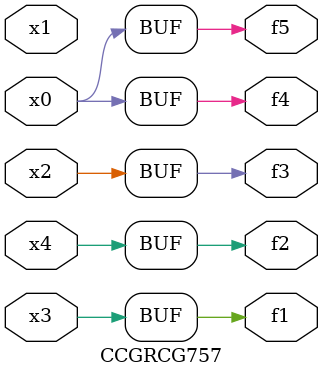
<source format=v>
module CCGRCG757(
	input x0, x1, x2, x3, x4,
	output f1, f2, f3, f4, f5
);
	assign f1 = x3;
	assign f2 = x4;
	assign f3 = x2;
	assign f4 = x0;
	assign f5 = x0;
endmodule

</source>
